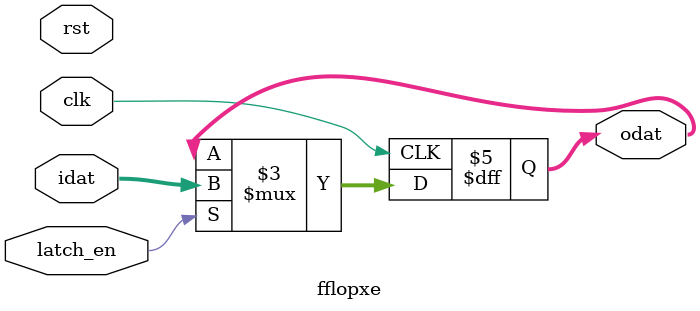
<source format=v>
(* keep_hierarchy = "yes" *) module fflopxe
    (
     clk,
     rst,
     latch_en,
     idat,
     odat
     );

parameter WIDTH = 8;
parameter RESET_VALUE = {WIDTH{1'b0}};

input   clk, rst, latch_en;
input   [WIDTH-1:0] idat;

output  [WIDTH-1:0] odat;
reg     [WIDTH-1:0] odat = {WIDTH{1'b0}};

always @ (posedge clk)
    begin
    //if(!rst_) odat <= RESET_VALUE;
    if (latch_en) odat <= idat;
    end

endmodule

</source>
